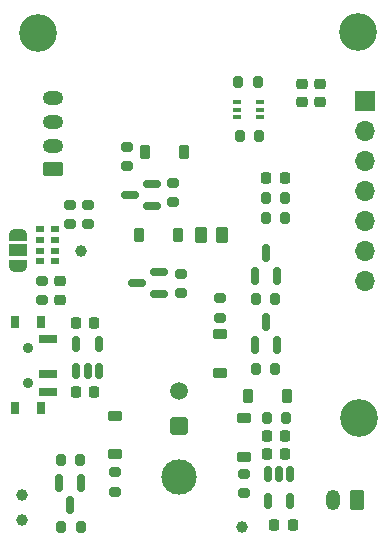
<source format=gbr>
%TF.GenerationSoftware,KiCad,Pcbnew,8.0.2-8.0.2-0~ubuntu22.04.1*%
%TF.CreationDate,2024-05-08T22:35:07+02:00*%
%TF.ProjectId,MailBox_LP_Notifier,4d61696c-426f-4785-9f4c-505f4e6f7469,rev?*%
%TF.SameCoordinates,Original*%
%TF.FileFunction,Soldermask,Top*%
%TF.FilePolarity,Negative*%
%FSLAX46Y46*%
G04 Gerber Fmt 4.6, Leading zero omitted, Abs format (unit mm)*
G04 Created by KiCad (PCBNEW 8.0.2-8.0.2-0~ubuntu22.04.1) date 2024-05-08 22:35:07*
%MOMM*%
%LPD*%
G01*
G04 APERTURE LIST*
G04 Aperture macros list*
%AMRoundRect*
0 Rectangle with rounded corners*
0 $1 Rounding radius*
0 $2 $3 $4 $5 $6 $7 $8 $9 X,Y pos of 4 corners*
0 Add a 4 corners polygon primitive as box body*
4,1,4,$2,$3,$4,$5,$6,$7,$8,$9,$2,$3,0*
0 Add four circle primitives for the rounded corners*
1,1,$1+$1,$2,$3*
1,1,$1+$1,$4,$5*
1,1,$1+$1,$6,$7*
1,1,$1+$1,$8,$9*
0 Add four rect primitives between the rounded corners*
20,1,$1+$1,$2,$3,$4,$5,0*
20,1,$1+$1,$4,$5,$6,$7,0*
20,1,$1+$1,$6,$7,$8,$9,0*
20,1,$1+$1,$8,$9,$2,$3,0*%
%AMFreePoly0*
4,1,19,0.550000,-0.750000,0.000000,-0.750000,0.000000,-0.744911,-0.071157,-0.744911,-0.207708,-0.704816,-0.327430,-0.627875,-0.420627,-0.520320,-0.479746,-0.390866,-0.500000,-0.250000,-0.500000,0.250000,-0.479746,0.390866,-0.420627,0.520320,-0.327430,0.627875,-0.207708,0.704816,-0.071157,0.744911,0.000000,0.744911,0.000000,0.750000,0.550000,0.750000,0.550000,-0.750000,0.550000,-0.750000,
$1*%
%AMFreePoly1*
4,1,19,0.000000,0.744911,0.071157,0.744911,0.207708,0.704816,0.327430,0.627875,0.420627,0.520320,0.479746,0.390866,0.500000,0.250000,0.500000,-0.250000,0.479746,-0.390866,0.420627,-0.520320,0.327430,-0.627875,0.207708,-0.704816,0.071157,-0.744911,0.000000,-0.744911,0.000000,-0.750000,-0.550000,-0.750000,-0.550000,0.750000,0.000000,0.750000,0.000000,0.744911,0.000000,0.744911,
$1*%
G04 Aperture macros list end*
%ADD10RoundRect,0.200000X-0.200000X-0.275000X0.200000X-0.275000X0.200000X0.275000X-0.200000X0.275000X0*%
%ADD11RoundRect,0.200000X-0.275000X0.200000X-0.275000X-0.200000X0.275000X-0.200000X0.275000X0.200000X0*%
%ADD12C,1.000000*%
%ADD13RoundRect,0.100000X-0.225000X-0.100000X0.225000X-0.100000X0.225000X0.100000X-0.225000X0.100000X0*%
%ADD14RoundRect,0.225000X0.225000X0.250000X-0.225000X0.250000X-0.225000X-0.250000X0.225000X-0.250000X0*%
%ADD15RoundRect,0.225000X-0.250000X0.225000X-0.250000X-0.225000X0.250000X-0.225000X0.250000X0.225000X0*%
%ADD16RoundRect,0.150000X-0.150000X0.587500X-0.150000X-0.587500X0.150000X-0.587500X0.150000X0.587500X0*%
%ADD17RoundRect,0.200000X0.275000X-0.200000X0.275000X0.200000X-0.275000X0.200000X-0.275000X-0.200000X0*%
%ADD18RoundRect,0.200000X0.200000X0.275000X-0.200000X0.275000X-0.200000X-0.275000X0.200000X-0.275000X0*%
%ADD19R,0.800000X0.500000*%
%ADD20RoundRect,0.150000X0.150000X-0.512500X0.150000X0.512500X-0.150000X0.512500X-0.150000X-0.512500X0*%
%ADD21RoundRect,0.250000X-0.262500X-0.450000X0.262500X-0.450000X0.262500X0.450000X-0.262500X0.450000X0*%
%ADD22RoundRect,0.225000X0.375000X-0.225000X0.375000X0.225000X-0.375000X0.225000X-0.375000X-0.225000X0*%
%ADD23R,0.800000X1.000000*%
%ADD24C,0.900000*%
%ADD25R,1.500000X0.700000*%
%ADD26FreePoly0,270.000000*%
%ADD27R,1.500000X1.000000*%
%ADD28FreePoly1,270.000000*%
%ADD29RoundRect,0.225000X0.225000X0.375000X-0.225000X0.375000X-0.225000X-0.375000X0.225000X-0.375000X0*%
%ADD30RoundRect,0.150000X0.150000X-0.587500X0.150000X0.587500X-0.150000X0.587500X-0.150000X-0.587500X0*%
%ADD31C,3.200000*%
%ADD32C,3.000000*%
%ADD33RoundRect,0.250001X0.499999X0.499999X-0.499999X0.499999X-0.499999X-0.499999X0.499999X-0.499999X0*%
%ADD34C,1.500000*%
%ADD35RoundRect,0.225000X0.250000X-0.225000X0.250000X0.225000X-0.250000X0.225000X-0.250000X-0.225000X0*%
%ADD36RoundRect,0.225000X-0.225000X-0.250000X0.225000X-0.250000X0.225000X0.250000X-0.225000X0.250000X0*%
%ADD37RoundRect,0.225000X-0.225000X-0.375000X0.225000X-0.375000X0.225000X0.375000X-0.225000X0.375000X0*%
%ADD38R,1.700000X1.700000*%
%ADD39O,1.700000X1.700000*%
%ADD40RoundRect,0.150000X-0.150000X0.512500X-0.150000X-0.512500X0.150000X-0.512500X0.150000X0.512500X0*%
%ADD41RoundRect,0.150000X0.587500X0.150000X-0.587500X0.150000X-0.587500X-0.150000X0.587500X-0.150000X0*%
%ADD42RoundRect,0.250000X0.625000X-0.350000X0.625000X0.350000X-0.625000X0.350000X-0.625000X-0.350000X0*%
%ADD43O,1.750000X1.200000*%
%ADD44RoundRect,0.250000X0.350000X0.625000X-0.350000X0.625000X-0.350000X-0.625000X0.350000X-0.625000X0*%
%ADD45O,1.200000X1.750000*%
G04 APERTURE END LIST*
D10*
%TO.C,R17*%
X137757400Y-62788800D03*
X139407400Y-62788800D03*
%TD*%
D11*
%TO.C,R9*%
X128320800Y-68212200D03*
X128320800Y-69862200D03*
%TD*%
D12*
%TO.C,TP3*%
X138099800Y-100431600D03*
%TD*%
D13*
%TO.C,Q4*%
X137673800Y-64446600D03*
X137673800Y-65096600D03*
X137673800Y-65746600D03*
X139573800Y-65746600D03*
X139573800Y-65096600D03*
X139573800Y-64446600D03*
%TD*%
D14*
%TO.C,C1*%
X141719600Y-92760800D03*
X140169600Y-92760800D03*
%TD*%
D15*
%TO.C,C9*%
X122682000Y-79616000D03*
X122682000Y-81166000D03*
%TD*%
D10*
%TO.C,R19*%
X140068800Y-72593200D03*
X141718800Y-72593200D03*
%TD*%
D12*
%TO.C,TP2*%
X119456200Y-97739200D03*
%TD*%
D16*
%TO.C,Q1*%
X124444800Y-96725500D03*
X122544800Y-96725500D03*
X123494800Y-98600500D03*
%TD*%
D10*
%TO.C,R5*%
X140145000Y-91236800D03*
X141795000Y-91236800D03*
%TD*%
D17*
%TO.C,R20*%
X123494800Y-74789800D03*
X123494800Y-73139800D03*
%TD*%
D12*
%TO.C,TP1*%
X124409200Y-77089000D03*
%TD*%
D17*
%TO.C,R11*%
X132207000Y-72935600D03*
X132207000Y-71285600D03*
%TD*%
D18*
%TO.C,R16*%
X139509000Y-67360800D03*
X137859000Y-67360800D03*
%TD*%
D19*
%TO.C,U4*%
X120993200Y-75227200D03*
X120993200Y-76127200D03*
X120993200Y-77027200D03*
X120993200Y-77927200D03*
X122193200Y-77927200D03*
X122193200Y-77027200D03*
X122193200Y-76127200D03*
X122193200Y-75227200D03*
%TD*%
D20*
%TO.C,U2*%
X124031000Y-87243500D03*
X124981000Y-87243500D03*
X125931000Y-87243500D03*
X125931000Y-84968500D03*
X124031000Y-84968500D03*
%TD*%
D21*
%TO.C,R13*%
X134571100Y-75717400D03*
X136396100Y-75717400D03*
%TD*%
D22*
%TO.C,D1*%
X127304800Y-94284800D03*
X127304800Y-90984800D03*
%TD*%
D17*
%TO.C,R21*%
X125044200Y-74789800D03*
X125044200Y-73139800D03*
%TD*%
D23*
%TO.C,SW2*%
X121016000Y-83091000D03*
X118806000Y-83091000D03*
D24*
X119906000Y-85241000D03*
X119906000Y-88241000D03*
D23*
X121016000Y-90391000D03*
X118806000Y-90391000D03*
D25*
X121666000Y-84491000D03*
X121666000Y-87491000D03*
X121666000Y-88991000D03*
%TD*%
D26*
%TO.C,JP1*%
X119100600Y-75712800D03*
D27*
X119100600Y-77012800D03*
D28*
X119100600Y-78312800D03*
%TD*%
D17*
%TO.C,R4*%
X138252200Y-97573600D03*
X138252200Y-95923600D03*
%TD*%
D29*
%TO.C,D7*%
X132663200Y-75717400D03*
X129363200Y-75717400D03*
%TD*%
D14*
%TO.C,C4*%
X125527400Y-83185000D03*
X123977400Y-83185000D03*
%TD*%
D30*
%TO.C,Q5*%
X139156400Y-84981500D03*
X141056400Y-84981500D03*
X140106400Y-83106500D03*
%TD*%
D22*
%TO.C,D5*%
X136220200Y-87425800D03*
X136220200Y-84125800D03*
%TD*%
D31*
%TO.C,H3*%
X147955000Y-91186000D03*
%TD*%
D18*
%TO.C,R18*%
X141718800Y-74295000D03*
X140068800Y-74295000D03*
%TD*%
D32*
%TO.C,SW1*%
X132765800Y-96191800D03*
D33*
X132765800Y-91871800D03*
D34*
X132765800Y-88871800D03*
%TD*%
D14*
%TO.C,C8*%
X141668800Y-70891400D03*
X140118800Y-70891400D03*
%TD*%
%TO.C,C3*%
X142354600Y-100228400D03*
X140804600Y-100228400D03*
%TD*%
D35*
%TO.C,C6*%
X143125000Y-64425000D03*
X143125000Y-62875000D03*
%TD*%
D36*
%TO.C,C7*%
X124002800Y-89001600D03*
X125552800Y-89001600D03*
%TD*%
D17*
%TO.C,R7*%
X132918200Y-80631800D03*
X132918200Y-78981800D03*
%TD*%
D11*
%TO.C,R22*%
X121132600Y-79566000D03*
X121132600Y-81216000D03*
%TD*%
D14*
%TO.C,C2*%
X141706600Y-94259400D03*
X140156600Y-94259400D03*
%TD*%
D37*
%TO.C,D6*%
X138558000Y-89306400D03*
X141858000Y-89306400D03*
%TD*%
D38*
%TO.C,J2*%
X148437200Y-64332800D03*
D39*
X148437200Y-66872800D03*
X148437200Y-69412800D03*
X148437200Y-71952800D03*
X148437200Y-74492800D03*
X148437200Y-77032800D03*
X148437200Y-79572800D03*
%TD*%
D10*
%TO.C,R3*%
X122746000Y-100457000D03*
X124396000Y-100457000D03*
%TD*%
D12*
%TO.C,TP4*%
X119405400Y-99796600D03*
%TD*%
D17*
%TO.C,R2*%
X127279400Y-97446600D03*
X127279400Y-95796600D03*
%TD*%
D10*
%TO.C,R15*%
X139230600Y-81150700D03*
X140880600Y-81150700D03*
%TD*%
D17*
%TO.C,R10*%
X136169400Y-82714600D03*
X136169400Y-81064600D03*
%TD*%
D31*
%TO.C,H2*%
X147904200Y-58521600D03*
%TD*%
D40*
%TO.C,U1*%
X142148600Y-95966700D03*
X141198600Y-95966700D03*
X140248600Y-95966700D03*
X140248600Y-98241700D03*
X142148600Y-98241700D03*
%TD*%
D29*
%TO.C,D4*%
X133120400Y-68707000D03*
X129820400Y-68707000D03*
%TD*%
D41*
%TO.C,Q2*%
X131036300Y-80731400D03*
X131036300Y-78831400D03*
X129161300Y-79781400D03*
%TD*%
D35*
%TO.C,C5*%
X144625000Y-64427400D03*
X144625000Y-62877400D03*
%TD*%
D10*
%TO.C,R1*%
X122720600Y-94792800D03*
X124370600Y-94792800D03*
%TD*%
D31*
%TO.C,H1*%
X120751600Y-58623200D03*
%TD*%
D22*
%TO.C,D2*%
X138226800Y-94512400D03*
X138226800Y-91212400D03*
%TD*%
D30*
%TO.C,Q6*%
X139131000Y-79141800D03*
X141031000Y-79141800D03*
X140081000Y-77266800D03*
%TD*%
D41*
%TO.C,Q3*%
X130452100Y-73263800D03*
X130452100Y-71363800D03*
X128577100Y-72313800D03*
%TD*%
D18*
%TO.C,R14*%
X140880600Y-87020400D03*
X139230600Y-87020400D03*
%TD*%
D42*
%TO.C,J3*%
X122058600Y-70132200D03*
D43*
X122058600Y-68132200D03*
X122058600Y-66132200D03*
X122058600Y-64132200D03*
%TD*%
D44*
%TO.C,J1*%
X147761200Y-98129000D03*
D45*
X145761200Y-98129000D03*
%TD*%
M02*

</source>
